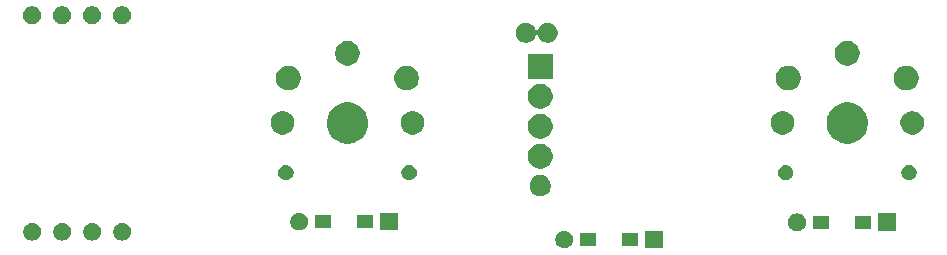
<source format=gbr>
G04 #@! TF.GenerationSoftware,KiCad,Pcbnew,(5.1.6-0-10_14)*
G04 #@! TF.CreationDate,2023-01-09T16:42:19+09:00*
G04 #@! TF.ProjectId,cool644,636f6f6c-3634-4342-9e6b-696361645f70,rev?*
G04 #@! TF.SameCoordinates,Original*
G04 #@! TF.FileFunction,Soldermask,Top*
G04 #@! TF.FilePolarity,Negative*
%FSLAX46Y46*%
G04 Gerber Fmt 4.6, Leading zero omitted, Abs format (unit mm)*
G04 Created by KiCad (PCBNEW (5.1.6-0-10_14)) date 2023-01-09 16:42:19*
%MOMM*%
%LPD*%
G01*
G04 APERTURE LIST*
%ADD10C,0.100000*%
G04 APERTURE END LIST*
D10*
G36*
X178679500Y32300500D02*
G01*
X177180500Y32300500D01*
X177180500Y33799500D01*
X178679500Y33799500D01*
X178679500Y32300500D01*
G37*
G36*
X170404425Y33795401D02*
G01*
X170528621Y33770698D01*
X170665022Y33714199D01*
X170787779Y33632175D01*
X170892175Y33527779D01*
X170974199Y33405022D01*
X171030698Y33268621D01*
X171059500Y33123819D01*
X171059500Y32976181D01*
X171030698Y32831379D01*
X170974199Y32694978D01*
X170892175Y32572221D01*
X170787779Y32467825D01*
X170665022Y32385801D01*
X170528621Y32329302D01*
X170404425Y32304599D01*
X170383820Y32300500D01*
X170236180Y32300500D01*
X170215575Y32304599D01*
X170091379Y32329302D01*
X169954978Y32385801D01*
X169832221Y32467825D01*
X169727825Y32572221D01*
X169645801Y32694978D01*
X169589302Y32831379D01*
X169560500Y32976181D01*
X169560500Y33123819D01*
X169589302Y33268621D01*
X169645801Y33405022D01*
X169727825Y33527779D01*
X169832221Y33632175D01*
X169954978Y33714199D01*
X170091379Y33770698D01*
X170215575Y33795401D01*
X170236180Y33799500D01*
X170383820Y33799500D01*
X170404425Y33795401D01*
G37*
G36*
X173046000Y32524000D02*
G01*
X171644000Y32524000D01*
X171644000Y33576000D01*
X173046000Y33576000D01*
X173046000Y32524000D01*
G37*
G36*
X176596000Y32524000D02*
G01*
X175194000Y32524000D01*
X175194000Y33576000D01*
X176596000Y33576000D01*
X176596000Y32524000D01*
G37*
G36*
X130454425Y34455401D02*
G01*
X130578621Y34430698D01*
X130715022Y34374199D01*
X130837779Y34292175D01*
X130942175Y34187779D01*
X131024199Y34065022D01*
X131080698Y33928621D01*
X131109500Y33783819D01*
X131109500Y33636181D01*
X131080698Y33491379D01*
X131024199Y33354978D01*
X130942175Y33232221D01*
X130837779Y33127825D01*
X130715022Y33045801D01*
X130578621Y32989302D01*
X130454425Y32964599D01*
X130433820Y32960500D01*
X130286180Y32960500D01*
X130265575Y32964599D01*
X130141379Y32989302D01*
X130004978Y33045801D01*
X129882221Y33127825D01*
X129777825Y33232221D01*
X129695801Y33354978D01*
X129639302Y33491379D01*
X129610500Y33636181D01*
X129610500Y33783819D01*
X129639302Y33928621D01*
X129695801Y34065022D01*
X129777825Y34187779D01*
X129882221Y34292175D01*
X130004978Y34374199D01*
X130141379Y34430698D01*
X130265575Y34455401D01*
X130286180Y34459500D01*
X130433820Y34459500D01*
X130454425Y34455401D01*
G37*
G36*
X127914425Y34455401D02*
G01*
X128038621Y34430698D01*
X128175022Y34374199D01*
X128297779Y34292175D01*
X128402175Y34187779D01*
X128484199Y34065022D01*
X128540698Y33928621D01*
X128569500Y33783819D01*
X128569500Y33636181D01*
X128540698Y33491379D01*
X128484199Y33354978D01*
X128402175Y33232221D01*
X128297779Y33127825D01*
X128175022Y33045801D01*
X128038621Y32989302D01*
X127914425Y32964599D01*
X127893820Y32960500D01*
X127746180Y32960500D01*
X127725575Y32964599D01*
X127601379Y32989302D01*
X127464978Y33045801D01*
X127342221Y33127825D01*
X127237825Y33232221D01*
X127155801Y33354978D01*
X127099302Y33491379D01*
X127070500Y33636181D01*
X127070500Y33783819D01*
X127099302Y33928621D01*
X127155801Y34065022D01*
X127237825Y34187779D01*
X127342221Y34292175D01*
X127464978Y34374199D01*
X127601379Y34430698D01*
X127725575Y34455401D01*
X127746180Y34459500D01*
X127893820Y34459500D01*
X127914425Y34455401D01*
G37*
G36*
X125374425Y34455401D02*
G01*
X125498621Y34430698D01*
X125635022Y34374199D01*
X125757779Y34292175D01*
X125862175Y34187779D01*
X125944199Y34065022D01*
X126000698Y33928621D01*
X126029500Y33783819D01*
X126029500Y33636181D01*
X126000698Y33491379D01*
X125944199Y33354978D01*
X125862175Y33232221D01*
X125757779Y33127825D01*
X125635022Y33045801D01*
X125498621Y32989302D01*
X125374425Y32964599D01*
X125353820Y32960500D01*
X125206180Y32960500D01*
X125185575Y32964599D01*
X125061379Y32989302D01*
X124924978Y33045801D01*
X124802221Y33127825D01*
X124697825Y33232221D01*
X124615801Y33354978D01*
X124559302Y33491379D01*
X124530500Y33636181D01*
X124530500Y33783819D01*
X124559302Y33928621D01*
X124615801Y34065022D01*
X124697825Y34187779D01*
X124802221Y34292175D01*
X124924978Y34374199D01*
X125061379Y34430698D01*
X125185575Y34455401D01*
X125206180Y34459500D01*
X125353820Y34459500D01*
X125374425Y34455401D01*
G37*
G36*
X132994425Y34455401D02*
G01*
X133118621Y34430698D01*
X133255022Y34374199D01*
X133377779Y34292175D01*
X133482175Y34187779D01*
X133564199Y34065022D01*
X133620698Y33928621D01*
X133649500Y33783819D01*
X133649500Y33636181D01*
X133620698Y33491379D01*
X133564199Y33354978D01*
X133482175Y33232221D01*
X133377779Y33127825D01*
X133255022Y33045801D01*
X133118621Y32989302D01*
X132994425Y32964599D01*
X132973820Y32960500D01*
X132826180Y32960500D01*
X132805575Y32964599D01*
X132681379Y32989302D01*
X132544978Y33045801D01*
X132422221Y33127825D01*
X132317825Y33232221D01*
X132235801Y33354978D01*
X132179302Y33491379D01*
X132150500Y33636181D01*
X132150500Y33783819D01*
X132179302Y33928621D01*
X132235801Y34065022D01*
X132317825Y34187779D01*
X132422221Y34292175D01*
X132544978Y34374199D01*
X132681379Y34430698D01*
X132805575Y34455401D01*
X132826180Y34459500D01*
X132973820Y34459500D01*
X132994425Y34455401D01*
G37*
G36*
X198399500Y33750500D02*
G01*
X196900500Y33750500D01*
X196900500Y35249500D01*
X198399500Y35249500D01*
X198399500Y33750500D01*
G37*
G36*
X190124425Y35245401D02*
G01*
X190248621Y35220698D01*
X190385022Y35164199D01*
X190507779Y35082175D01*
X190612175Y34977779D01*
X190694199Y34855022D01*
X190750698Y34718621D01*
X190779500Y34573819D01*
X190779500Y34426181D01*
X190750698Y34281379D01*
X190694199Y34144978D01*
X190612175Y34022221D01*
X190507779Y33917825D01*
X190385022Y33835801D01*
X190248621Y33779302D01*
X190124425Y33754599D01*
X190103820Y33750500D01*
X189956180Y33750500D01*
X189935575Y33754599D01*
X189811379Y33779302D01*
X189674978Y33835801D01*
X189552221Y33917825D01*
X189447825Y34022221D01*
X189365801Y34144978D01*
X189309302Y34281379D01*
X189280500Y34426181D01*
X189280500Y34573819D01*
X189309302Y34718621D01*
X189365801Y34855022D01*
X189447825Y34977779D01*
X189552221Y35082175D01*
X189674978Y35164199D01*
X189811379Y35220698D01*
X189935575Y35245401D01*
X189956180Y35249500D01*
X190103820Y35249500D01*
X190124425Y35245401D01*
G37*
G36*
X156239500Y33810500D02*
G01*
X154740500Y33810500D01*
X154740500Y35309500D01*
X156239500Y35309500D01*
X156239500Y33810500D01*
G37*
G36*
X147964425Y35305401D02*
G01*
X148088621Y35280698D01*
X148225022Y35224199D01*
X148347779Y35142175D01*
X148452175Y35037779D01*
X148534199Y34915022D01*
X148590698Y34778621D01*
X148619500Y34633819D01*
X148619500Y34486181D01*
X148590698Y34341379D01*
X148534199Y34204978D01*
X148452175Y34082221D01*
X148347779Y33977825D01*
X148225022Y33895801D01*
X148088621Y33839302D01*
X147964425Y33814599D01*
X147943820Y33810500D01*
X147796180Y33810500D01*
X147775575Y33814599D01*
X147651379Y33839302D01*
X147514978Y33895801D01*
X147392221Y33977825D01*
X147287825Y34082221D01*
X147205801Y34204978D01*
X147149302Y34341379D01*
X147120500Y34486181D01*
X147120500Y34633819D01*
X147149302Y34778621D01*
X147205801Y34915022D01*
X147287825Y35037779D01*
X147392221Y35142175D01*
X147514978Y35224199D01*
X147651379Y35280698D01*
X147775575Y35305401D01*
X147796180Y35309500D01*
X147943820Y35309500D01*
X147964425Y35305401D01*
G37*
G36*
X196316000Y33974000D02*
G01*
X194914000Y33974000D01*
X194914000Y35026000D01*
X196316000Y35026000D01*
X196316000Y33974000D01*
G37*
G36*
X192766000Y33974000D02*
G01*
X191364000Y33974000D01*
X191364000Y35026000D01*
X192766000Y35026000D01*
X192766000Y33974000D01*
G37*
G36*
X154156000Y34034000D02*
G01*
X152754000Y34034000D01*
X152754000Y35086000D01*
X154156000Y35086000D01*
X154156000Y34034000D01*
G37*
G36*
X150606000Y34034000D02*
G01*
X149204000Y34034000D01*
X149204000Y35086000D01*
X150606000Y35086000D01*
X150606000Y34034000D01*
G37*
G36*
X168398512Y38496073D02*
G01*
X168547812Y38466376D01*
X168711784Y38398456D01*
X168859354Y38299853D01*
X168984853Y38174354D01*
X169083456Y38026784D01*
X169151376Y37862812D01*
X169186000Y37688741D01*
X169186000Y37511259D01*
X169151376Y37337188D01*
X169083456Y37173216D01*
X168984853Y37025646D01*
X168859354Y36900147D01*
X168711784Y36801544D01*
X168547812Y36733624D01*
X168398512Y36703927D01*
X168373742Y36699000D01*
X168196258Y36699000D01*
X168171488Y36703927D01*
X168022188Y36733624D01*
X167858216Y36801544D01*
X167710646Y36900147D01*
X167585147Y37025646D01*
X167486544Y37173216D01*
X167418624Y37337188D01*
X167384000Y37511259D01*
X167384000Y37688741D01*
X167418624Y37862812D01*
X167486544Y38026784D01*
X167585147Y38174354D01*
X167710646Y38299853D01*
X167858216Y38398456D01*
X168022188Y38466376D01*
X168171488Y38496073D01*
X168196258Y38501000D01*
X168373742Y38501000D01*
X168398512Y38496073D01*
G37*
G36*
X157379890Y39345983D02*
G01*
X157498364Y39296909D01*
X157604988Y39225665D01*
X157695665Y39134988D01*
X157766909Y39028364D01*
X157815983Y38909890D01*
X157841000Y38784118D01*
X157841000Y38655882D01*
X157815983Y38530110D01*
X157766909Y38411636D01*
X157695665Y38305012D01*
X157604988Y38214335D01*
X157498364Y38143091D01*
X157498363Y38143090D01*
X157498362Y38143090D01*
X157379890Y38094017D01*
X157254119Y38069000D01*
X157125881Y38069000D01*
X157000110Y38094017D01*
X156881638Y38143090D01*
X156881637Y38143090D01*
X156881636Y38143091D01*
X156775012Y38214335D01*
X156684335Y38305012D01*
X156613091Y38411636D01*
X156564017Y38530110D01*
X156539000Y38655882D01*
X156539000Y38784118D01*
X156564017Y38909890D01*
X156613091Y39028364D01*
X156684335Y39134988D01*
X156775012Y39225665D01*
X156881636Y39296909D01*
X157000110Y39345983D01*
X157125881Y39371000D01*
X157254119Y39371000D01*
X157379890Y39345983D01*
G37*
G36*
X189259890Y39345983D02*
G01*
X189378364Y39296909D01*
X189484988Y39225665D01*
X189575665Y39134988D01*
X189646909Y39028364D01*
X189695983Y38909890D01*
X189721000Y38784118D01*
X189721000Y38655882D01*
X189695983Y38530110D01*
X189646909Y38411636D01*
X189575665Y38305012D01*
X189484988Y38214335D01*
X189378364Y38143091D01*
X189378363Y38143090D01*
X189378362Y38143090D01*
X189259890Y38094017D01*
X189134119Y38069000D01*
X189005881Y38069000D01*
X188880110Y38094017D01*
X188761638Y38143090D01*
X188761637Y38143090D01*
X188761636Y38143091D01*
X188655012Y38214335D01*
X188564335Y38305012D01*
X188493091Y38411636D01*
X188444017Y38530110D01*
X188419000Y38655882D01*
X188419000Y38784118D01*
X188444017Y38909890D01*
X188493091Y39028364D01*
X188564335Y39134988D01*
X188655012Y39225665D01*
X188761636Y39296909D01*
X188880110Y39345983D01*
X189005881Y39371000D01*
X189134119Y39371000D01*
X189259890Y39345983D01*
G37*
G36*
X146939890Y39345983D02*
G01*
X147058364Y39296909D01*
X147164988Y39225665D01*
X147255665Y39134988D01*
X147326909Y39028364D01*
X147375983Y38909890D01*
X147401000Y38784118D01*
X147401000Y38655882D01*
X147375983Y38530110D01*
X147326909Y38411636D01*
X147255665Y38305012D01*
X147164988Y38214335D01*
X147058364Y38143091D01*
X147058363Y38143090D01*
X147058362Y38143090D01*
X146939890Y38094017D01*
X146814119Y38069000D01*
X146685881Y38069000D01*
X146560110Y38094017D01*
X146441638Y38143090D01*
X146441637Y38143090D01*
X146441636Y38143091D01*
X146335012Y38214335D01*
X146244335Y38305012D01*
X146173091Y38411636D01*
X146124017Y38530110D01*
X146099000Y38655882D01*
X146099000Y38784118D01*
X146124017Y38909890D01*
X146173091Y39028364D01*
X146244335Y39134988D01*
X146335012Y39225665D01*
X146441636Y39296909D01*
X146560110Y39345983D01*
X146685881Y39371000D01*
X146814119Y39371000D01*
X146939890Y39345983D01*
G37*
G36*
X199699890Y39345983D02*
G01*
X199818364Y39296909D01*
X199924988Y39225665D01*
X200015665Y39134988D01*
X200086909Y39028364D01*
X200135983Y38909890D01*
X200161000Y38784118D01*
X200161000Y38655882D01*
X200135983Y38530110D01*
X200086909Y38411636D01*
X200015665Y38305012D01*
X199924988Y38214335D01*
X199818364Y38143091D01*
X199818363Y38143090D01*
X199818362Y38143090D01*
X199699890Y38094017D01*
X199574119Y38069000D01*
X199445881Y38069000D01*
X199320110Y38094017D01*
X199201638Y38143090D01*
X199201637Y38143090D01*
X199201636Y38143091D01*
X199095012Y38214335D01*
X199004335Y38305012D01*
X198933091Y38411636D01*
X198884017Y38530110D01*
X198859000Y38655882D01*
X198859000Y38784118D01*
X198884017Y38909890D01*
X198933091Y39028364D01*
X199004335Y39134988D01*
X199095012Y39225665D01*
X199201636Y39296909D01*
X199320110Y39345983D01*
X199445881Y39371000D01*
X199574119Y39371000D01*
X199699890Y39345983D01*
G37*
G36*
X168591564Y41100611D02*
G01*
X168782833Y41021385D01*
X168782835Y41021384D01*
X168954973Y40906365D01*
X169101365Y40759973D01*
X169216385Y40587833D01*
X169295611Y40396564D01*
X169336000Y40193516D01*
X169336000Y39986484D01*
X169295611Y39783436D01*
X169216385Y39592167D01*
X169216384Y39592165D01*
X169101365Y39420027D01*
X168954973Y39273635D01*
X168782835Y39158616D01*
X168782834Y39158615D01*
X168782833Y39158615D01*
X168591564Y39079389D01*
X168388516Y39039000D01*
X168181484Y39039000D01*
X167978436Y39079389D01*
X167787167Y39158615D01*
X167787166Y39158615D01*
X167787165Y39158616D01*
X167615027Y39273635D01*
X167468635Y39420027D01*
X167353616Y39592165D01*
X167353615Y39592167D01*
X167274389Y39783436D01*
X167234000Y39986484D01*
X167234000Y40193516D01*
X167274389Y40396564D01*
X167353615Y40587833D01*
X167468635Y40759973D01*
X167615027Y40906365D01*
X167787165Y41021384D01*
X167787167Y41021385D01*
X167978436Y41100611D01*
X168181484Y41141000D01*
X168388516Y41141000D01*
X168591564Y41100611D01*
G37*
G36*
X152367985Y44626140D02*
G01*
X152480748Y44603710D01*
X152612741Y44549037D01*
X152799408Y44471717D01*
X153086196Y44280091D01*
X153330091Y44036196D01*
X153521717Y43749408D01*
X153550052Y43681000D01*
X153653710Y43430748D01*
X153660990Y43394149D01*
X153721000Y43092460D01*
X153721000Y42747540D01*
X153677029Y42526486D01*
X153660990Y42445849D01*
X153653710Y42409253D01*
X153521717Y42090592D01*
X153330091Y41803804D01*
X153086196Y41559909D01*
X152799408Y41368283D01*
X152612741Y41290963D01*
X152480748Y41236290D01*
X152367985Y41213860D01*
X152142460Y41169000D01*
X151797540Y41169000D01*
X151572015Y41213860D01*
X151459252Y41236290D01*
X151327259Y41290963D01*
X151140592Y41368283D01*
X150853804Y41559909D01*
X150609909Y41803804D01*
X150418283Y42090592D01*
X150286290Y42409253D01*
X150279011Y42445849D01*
X150262971Y42526486D01*
X150219000Y42747540D01*
X150219000Y43092460D01*
X150279010Y43394149D01*
X150286290Y43430748D01*
X150389948Y43681000D01*
X150418283Y43749408D01*
X150609909Y44036196D01*
X150853804Y44280091D01*
X151140592Y44471717D01*
X151327259Y44549037D01*
X151459252Y44603710D01*
X151572015Y44626140D01*
X151797540Y44671000D01*
X152142460Y44671000D01*
X152367985Y44626140D01*
G37*
G36*
X194687985Y44626140D02*
G01*
X194800748Y44603710D01*
X194932741Y44549037D01*
X195119408Y44471717D01*
X195406196Y44280091D01*
X195650091Y44036196D01*
X195841717Y43749408D01*
X195870052Y43681000D01*
X195973710Y43430748D01*
X195980990Y43394149D01*
X196041000Y43092460D01*
X196041000Y42747540D01*
X195997029Y42526486D01*
X195980990Y42445849D01*
X195973710Y42409253D01*
X195841717Y42090592D01*
X195650091Y41803804D01*
X195406196Y41559909D01*
X195119408Y41368283D01*
X194932741Y41290963D01*
X194800748Y41236290D01*
X194687985Y41213860D01*
X194462460Y41169000D01*
X194117540Y41169000D01*
X193892015Y41213860D01*
X193779252Y41236290D01*
X193647259Y41290963D01*
X193460592Y41368283D01*
X193173804Y41559909D01*
X192929909Y41803804D01*
X192738283Y42090592D01*
X192606290Y42409253D01*
X192599011Y42445849D01*
X192582971Y42526486D01*
X192539000Y42747540D01*
X192539000Y43092460D01*
X192599010Y43394149D01*
X192606290Y43430748D01*
X192709948Y43681000D01*
X192738283Y43749408D01*
X192929909Y44036196D01*
X193173804Y44280091D01*
X193460592Y44471717D01*
X193647259Y44549037D01*
X193779252Y44603710D01*
X193892015Y44626140D01*
X194117540Y44671000D01*
X194462460Y44671000D01*
X194687985Y44626140D01*
G37*
G36*
X168591564Y43640611D02*
G01*
X168782833Y43561385D01*
X168782835Y43561384D01*
X168787751Y43558099D01*
X168954973Y43446365D01*
X169101365Y43299973D01*
X169216385Y43127833D01*
X169295611Y42936564D01*
X169336000Y42733516D01*
X169336000Y42526484D01*
X169295611Y42323436D01*
X169278406Y42281900D01*
X169216384Y42132165D01*
X169101365Y41960027D01*
X168954973Y41813635D01*
X168782835Y41698616D01*
X168782834Y41698615D01*
X168782833Y41698615D01*
X168591564Y41619389D01*
X168388516Y41579000D01*
X168181484Y41579000D01*
X167978436Y41619389D01*
X167787167Y41698615D01*
X167787166Y41698615D01*
X167787165Y41698616D01*
X167615027Y41813635D01*
X167468635Y41960027D01*
X167353616Y42132165D01*
X167291594Y42281900D01*
X167274389Y42323436D01*
X167234000Y42526484D01*
X167234000Y42733516D01*
X167274389Y42936564D01*
X167353615Y43127833D01*
X167468635Y43299973D01*
X167615027Y43446365D01*
X167782249Y43558099D01*
X167787165Y43561384D01*
X167787167Y43561385D01*
X167978436Y43640611D01*
X168181484Y43681000D01*
X168388516Y43681000D01*
X168591564Y43640611D01*
G37*
G36*
X189081981Y43882532D02*
G01*
X189264151Y43807074D01*
X189428100Y43697527D01*
X189567527Y43558100D01*
X189677074Y43394151D01*
X189752532Y43211981D01*
X189791000Y43018590D01*
X189791000Y42821410D01*
X189752532Y42628019D01*
X189677074Y42445849D01*
X189567527Y42281900D01*
X189428100Y42142473D01*
X189264151Y42032926D01*
X189081981Y41957468D01*
X188888591Y41919000D01*
X188691409Y41919000D01*
X188498019Y41957468D01*
X188315849Y42032926D01*
X188151900Y42142473D01*
X188012473Y42281900D01*
X187902926Y42445849D01*
X187827468Y42628019D01*
X187789000Y42821410D01*
X187789000Y43018590D01*
X187827468Y43211981D01*
X187902926Y43394151D01*
X188012473Y43558100D01*
X188151900Y43697527D01*
X188315849Y43807074D01*
X188498019Y43882532D01*
X188691409Y43921000D01*
X188888591Y43921000D01*
X189081981Y43882532D01*
G37*
G36*
X146761981Y43882532D02*
G01*
X146944151Y43807074D01*
X147108100Y43697527D01*
X147247527Y43558100D01*
X147357074Y43394151D01*
X147432532Y43211981D01*
X147471000Y43018590D01*
X147471000Y42821410D01*
X147432532Y42628019D01*
X147357074Y42445849D01*
X147247527Y42281900D01*
X147108100Y42142473D01*
X146944151Y42032926D01*
X146761981Y41957468D01*
X146568591Y41919000D01*
X146371409Y41919000D01*
X146178019Y41957468D01*
X145995849Y42032926D01*
X145831900Y42142473D01*
X145692473Y42281900D01*
X145582926Y42445849D01*
X145507468Y42628019D01*
X145469000Y42821410D01*
X145469000Y43018590D01*
X145507468Y43211981D01*
X145582926Y43394151D01*
X145692473Y43558100D01*
X145831900Y43697527D01*
X145995849Y43807074D01*
X146178019Y43882532D01*
X146371409Y43921000D01*
X146568591Y43921000D01*
X146761981Y43882532D01*
G37*
G36*
X157761981Y43882532D02*
G01*
X157944151Y43807074D01*
X158108100Y43697527D01*
X158247527Y43558100D01*
X158357074Y43394151D01*
X158432532Y43211981D01*
X158471000Y43018590D01*
X158471000Y42821410D01*
X158432532Y42628019D01*
X158357074Y42445849D01*
X158247527Y42281900D01*
X158108100Y42142473D01*
X157944151Y42032926D01*
X157761981Y41957468D01*
X157568591Y41919000D01*
X157371409Y41919000D01*
X157178019Y41957468D01*
X156995849Y42032926D01*
X156831900Y42142473D01*
X156692473Y42281900D01*
X156582926Y42445849D01*
X156507468Y42628019D01*
X156469000Y42821410D01*
X156469000Y43018590D01*
X156507468Y43211981D01*
X156582926Y43394151D01*
X156692473Y43558100D01*
X156831900Y43697527D01*
X156995849Y43807074D01*
X157178019Y43882532D01*
X157371409Y43921000D01*
X157568591Y43921000D01*
X157761981Y43882532D01*
G37*
G36*
X200081981Y43882532D02*
G01*
X200264151Y43807074D01*
X200428100Y43697527D01*
X200567527Y43558100D01*
X200677074Y43394151D01*
X200752532Y43211981D01*
X200791000Y43018590D01*
X200791000Y42821410D01*
X200752532Y42628019D01*
X200677074Y42445849D01*
X200567527Y42281900D01*
X200428100Y42142473D01*
X200264151Y42032926D01*
X200081981Y41957468D01*
X199888591Y41919000D01*
X199691409Y41919000D01*
X199498019Y41957468D01*
X199315849Y42032926D01*
X199151900Y42142473D01*
X199012473Y42281900D01*
X198902926Y42445849D01*
X198827468Y42628019D01*
X198789000Y42821410D01*
X198789000Y43018590D01*
X198827468Y43211981D01*
X198902926Y43394151D01*
X199012473Y43558100D01*
X199151900Y43697527D01*
X199315849Y43807074D01*
X199498019Y43882532D01*
X199691409Y43921000D01*
X199888591Y43921000D01*
X200081981Y43882532D01*
G37*
G36*
X168591564Y46180611D02*
G01*
X168782833Y46101385D01*
X168782835Y46101384D01*
X168954973Y45986365D01*
X169101365Y45839973D01*
X169215606Y45669000D01*
X169216385Y45667833D01*
X169295611Y45476564D01*
X169336000Y45273516D01*
X169336000Y45066484D01*
X169295611Y44863436D01*
X169216385Y44672167D01*
X169216384Y44672165D01*
X169101365Y44500027D01*
X168954973Y44353635D01*
X168782835Y44238616D01*
X168782834Y44238615D01*
X168782833Y44238615D01*
X168591564Y44159389D01*
X168388516Y44119000D01*
X168181484Y44119000D01*
X167978436Y44159389D01*
X167787167Y44238615D01*
X167787166Y44238615D01*
X167787165Y44238616D01*
X167615027Y44353635D01*
X167468635Y44500027D01*
X167353616Y44672165D01*
X167353615Y44672167D01*
X167274389Y44863436D01*
X167234000Y45066484D01*
X167234000Y45273516D01*
X167274389Y45476564D01*
X167353615Y45667833D01*
X167354395Y45669000D01*
X167468635Y45839973D01*
X167615027Y45986365D01*
X167787165Y46101384D01*
X167787167Y46101385D01*
X167978436Y46180611D01*
X168181484Y46221000D01*
X168388516Y46221000D01*
X168591564Y46180611D01*
G37*
G36*
X189596564Y47730611D02*
G01*
X189787833Y47651385D01*
X189787835Y47651384D01*
X189959973Y47536365D01*
X190106365Y47389973D01*
X190221385Y47217833D01*
X190300611Y47026564D01*
X190341000Y46823516D01*
X190341000Y46616484D01*
X190300611Y46413436D01*
X190221385Y46222167D01*
X190221384Y46222165D01*
X190106365Y46050027D01*
X189959973Y45903635D01*
X189787835Y45788616D01*
X189787834Y45788615D01*
X189787833Y45788615D01*
X189596564Y45709389D01*
X189393516Y45669000D01*
X189186484Y45669000D01*
X188983436Y45709389D01*
X188792167Y45788615D01*
X188792166Y45788615D01*
X188792165Y45788616D01*
X188620027Y45903635D01*
X188473635Y46050027D01*
X188358616Y46222165D01*
X188358615Y46222167D01*
X188279389Y46413436D01*
X188239000Y46616484D01*
X188239000Y46823516D01*
X188279389Y47026564D01*
X188358615Y47217833D01*
X188473635Y47389973D01*
X188620027Y47536365D01*
X188792165Y47651384D01*
X188792167Y47651385D01*
X188983436Y47730611D01*
X189186484Y47771000D01*
X189393516Y47771000D01*
X189596564Y47730611D01*
G37*
G36*
X147276564Y47730611D02*
G01*
X147467833Y47651385D01*
X147467835Y47651384D01*
X147639973Y47536365D01*
X147786365Y47389973D01*
X147901385Y47217833D01*
X147980611Y47026564D01*
X148021000Y46823516D01*
X148021000Y46616484D01*
X147980611Y46413436D01*
X147901385Y46222167D01*
X147901384Y46222165D01*
X147786365Y46050027D01*
X147639973Y45903635D01*
X147467835Y45788616D01*
X147467834Y45788615D01*
X147467833Y45788615D01*
X147276564Y45709389D01*
X147073516Y45669000D01*
X146866484Y45669000D01*
X146663436Y45709389D01*
X146472167Y45788615D01*
X146472166Y45788615D01*
X146472165Y45788616D01*
X146300027Y45903635D01*
X146153635Y46050027D01*
X146038616Y46222165D01*
X146038615Y46222167D01*
X145959389Y46413436D01*
X145919000Y46616484D01*
X145919000Y46823516D01*
X145959389Y47026564D01*
X146038615Y47217833D01*
X146153635Y47389973D01*
X146300027Y47536365D01*
X146472165Y47651384D01*
X146472167Y47651385D01*
X146663436Y47730611D01*
X146866484Y47771000D01*
X147073516Y47771000D01*
X147276564Y47730611D01*
G37*
G36*
X157276564Y47730611D02*
G01*
X157467833Y47651385D01*
X157467835Y47651384D01*
X157639973Y47536365D01*
X157786365Y47389973D01*
X157901385Y47217833D01*
X157980611Y47026564D01*
X158021000Y46823516D01*
X158021000Y46616484D01*
X157980611Y46413436D01*
X157901385Y46222167D01*
X157901384Y46222165D01*
X157786365Y46050027D01*
X157639973Y45903635D01*
X157467835Y45788616D01*
X157467834Y45788615D01*
X157467833Y45788615D01*
X157276564Y45709389D01*
X157073516Y45669000D01*
X156866484Y45669000D01*
X156663436Y45709389D01*
X156472167Y45788615D01*
X156472166Y45788615D01*
X156472165Y45788616D01*
X156300027Y45903635D01*
X156153635Y46050027D01*
X156038616Y46222165D01*
X156038615Y46222167D01*
X155959389Y46413436D01*
X155919000Y46616484D01*
X155919000Y46823516D01*
X155959389Y47026564D01*
X156038615Y47217833D01*
X156153635Y47389973D01*
X156300027Y47536365D01*
X156472165Y47651384D01*
X156472167Y47651385D01*
X156663436Y47730611D01*
X156866484Y47771000D01*
X157073516Y47771000D01*
X157276564Y47730611D01*
G37*
G36*
X199596564Y47730611D02*
G01*
X199787833Y47651385D01*
X199787835Y47651384D01*
X199959973Y47536365D01*
X200106365Y47389973D01*
X200221385Y47217833D01*
X200300611Y47026564D01*
X200341000Y46823516D01*
X200341000Y46616484D01*
X200300611Y46413436D01*
X200221385Y46222167D01*
X200221384Y46222165D01*
X200106365Y46050027D01*
X199959973Y45903635D01*
X199787835Y45788616D01*
X199787834Y45788615D01*
X199787833Y45788615D01*
X199596564Y45709389D01*
X199393516Y45669000D01*
X199186484Y45669000D01*
X198983436Y45709389D01*
X198792167Y45788615D01*
X198792166Y45788615D01*
X198792165Y45788616D01*
X198620027Y45903635D01*
X198473635Y46050027D01*
X198358616Y46222165D01*
X198358615Y46222167D01*
X198279389Y46413436D01*
X198239000Y46616484D01*
X198239000Y46823516D01*
X198279389Y47026564D01*
X198358615Y47217833D01*
X198473635Y47389973D01*
X198620027Y47536365D01*
X198792165Y47651384D01*
X198792167Y47651385D01*
X198983436Y47730611D01*
X199186484Y47771000D01*
X199393516Y47771000D01*
X199596564Y47730611D01*
G37*
G36*
X169336000Y46659000D02*
G01*
X167234000Y46659000D01*
X167234000Y48761000D01*
X169336000Y48761000D01*
X169336000Y46659000D01*
G37*
G36*
X194596564Y49830611D02*
G01*
X194787833Y49751385D01*
X194787835Y49751384D01*
X194866233Y49699000D01*
X194959973Y49636365D01*
X195106365Y49489973D01*
X195221385Y49317833D01*
X195300611Y49126564D01*
X195341000Y48923516D01*
X195341000Y48716484D01*
X195300611Y48513436D01*
X195221385Y48322167D01*
X195221384Y48322165D01*
X195106365Y48150027D01*
X194959973Y48003635D01*
X194787835Y47888616D01*
X194787834Y47888615D01*
X194787833Y47888615D01*
X194596564Y47809389D01*
X194393516Y47769000D01*
X194186484Y47769000D01*
X193983436Y47809389D01*
X193792167Y47888615D01*
X193792166Y47888615D01*
X193792165Y47888616D01*
X193620027Y48003635D01*
X193473635Y48150027D01*
X193358616Y48322165D01*
X193358615Y48322167D01*
X193279389Y48513436D01*
X193239000Y48716484D01*
X193239000Y48923516D01*
X193279389Y49126564D01*
X193358615Y49317833D01*
X193473635Y49489973D01*
X193620027Y49636365D01*
X193713767Y49699000D01*
X193792165Y49751384D01*
X193792167Y49751385D01*
X193983436Y49830611D01*
X194186484Y49871000D01*
X194393516Y49871000D01*
X194596564Y49830611D01*
G37*
G36*
X152276564Y49830611D02*
G01*
X152467833Y49751385D01*
X152467835Y49751384D01*
X152546233Y49699000D01*
X152639973Y49636365D01*
X152786365Y49489973D01*
X152901385Y49317833D01*
X152980611Y49126564D01*
X153021000Y48923516D01*
X153021000Y48716484D01*
X152980611Y48513436D01*
X152901385Y48322167D01*
X152901384Y48322165D01*
X152786365Y48150027D01*
X152639973Y48003635D01*
X152467835Y47888616D01*
X152467834Y47888615D01*
X152467833Y47888615D01*
X152276564Y47809389D01*
X152073516Y47769000D01*
X151866484Y47769000D01*
X151663436Y47809389D01*
X151472167Y47888615D01*
X151472166Y47888615D01*
X151472165Y47888616D01*
X151300027Y48003635D01*
X151153635Y48150027D01*
X151038616Y48322165D01*
X151038615Y48322167D01*
X150959389Y48513436D01*
X150919000Y48716484D01*
X150919000Y48923516D01*
X150959389Y49126564D01*
X151038615Y49317833D01*
X151153635Y49489973D01*
X151300027Y49636365D01*
X151393767Y49699000D01*
X151472165Y49751384D01*
X151472167Y49751385D01*
X151663436Y49830611D01*
X151866484Y49871000D01*
X152073516Y49871000D01*
X152276564Y49830611D01*
G37*
G36*
X167308228Y51368297D02*
G01*
X167463100Y51304147D01*
X167602481Y51211015D01*
X167721015Y51092481D01*
X167814147Y50953100D01*
X167869522Y50819413D01*
X167881067Y50797814D01*
X167896612Y50778872D01*
X167915554Y50763326D01*
X167937164Y50751775D01*
X167960613Y50744662D01*
X167985000Y50742260D01*
X168009386Y50744662D01*
X168032835Y50751775D01*
X168054445Y50763326D01*
X168073387Y50778871D01*
X168088933Y50797813D01*
X168100478Y50819413D01*
X168155853Y50953100D01*
X168248985Y51092481D01*
X168367519Y51211015D01*
X168506900Y51304147D01*
X168661772Y51368297D01*
X168826184Y51401000D01*
X168993816Y51401000D01*
X169158228Y51368297D01*
X169313100Y51304147D01*
X169452481Y51211015D01*
X169571015Y51092481D01*
X169664147Y50953100D01*
X169728297Y50798228D01*
X169761000Y50633816D01*
X169761000Y50466184D01*
X169728297Y50301772D01*
X169664147Y50146900D01*
X169571015Y50007519D01*
X169452481Y49888985D01*
X169313100Y49795853D01*
X169158228Y49731703D01*
X168993816Y49699000D01*
X168826184Y49699000D01*
X168661772Y49731703D01*
X168506900Y49795853D01*
X168367519Y49888985D01*
X168248985Y50007519D01*
X168155853Y50146900D01*
X168100478Y50280587D01*
X168088933Y50302186D01*
X168073388Y50321128D01*
X168054446Y50336674D01*
X168032836Y50348225D01*
X168009387Y50355338D01*
X167985000Y50357740D01*
X167960614Y50355338D01*
X167937165Y50348225D01*
X167915555Y50336674D01*
X167896613Y50321129D01*
X167881067Y50302187D01*
X167869522Y50280587D01*
X167814147Y50146900D01*
X167721015Y50007519D01*
X167602481Y49888985D01*
X167463100Y49795853D01*
X167308228Y49731703D01*
X167143816Y49699000D01*
X166976184Y49699000D01*
X166811772Y49731703D01*
X166656900Y49795853D01*
X166517519Y49888985D01*
X166398985Y50007519D01*
X166305853Y50146900D01*
X166241703Y50301772D01*
X166209000Y50466184D01*
X166209000Y50633816D01*
X166241703Y50798228D01*
X166305853Y50953100D01*
X166398985Y51092481D01*
X166517519Y51211015D01*
X166656900Y51304147D01*
X166811772Y51368297D01*
X166976184Y51401000D01*
X167143816Y51401000D01*
X167308228Y51368297D01*
G37*
G36*
X125354425Y52785401D02*
G01*
X125478621Y52760698D01*
X125615022Y52704199D01*
X125737779Y52622175D01*
X125842175Y52517779D01*
X125924199Y52395022D01*
X125980698Y52258621D01*
X126009500Y52113819D01*
X126009500Y51966181D01*
X125980698Y51821379D01*
X125924199Y51684978D01*
X125842175Y51562221D01*
X125737779Y51457825D01*
X125615022Y51375801D01*
X125478621Y51319302D01*
X125354425Y51294599D01*
X125333820Y51290500D01*
X125186180Y51290500D01*
X125165575Y51294599D01*
X125041379Y51319302D01*
X124904978Y51375801D01*
X124782221Y51457825D01*
X124677825Y51562221D01*
X124595801Y51684978D01*
X124539302Y51821379D01*
X124510500Y51966181D01*
X124510500Y52113819D01*
X124539302Y52258621D01*
X124595801Y52395022D01*
X124677825Y52517779D01*
X124782221Y52622175D01*
X124904978Y52704199D01*
X125041379Y52760698D01*
X125165575Y52785401D01*
X125186180Y52789500D01*
X125333820Y52789500D01*
X125354425Y52785401D01*
G37*
G36*
X127894425Y52785401D02*
G01*
X128018621Y52760698D01*
X128155022Y52704199D01*
X128277779Y52622175D01*
X128382175Y52517779D01*
X128464199Y52395022D01*
X128520698Y52258621D01*
X128549500Y52113819D01*
X128549500Y51966181D01*
X128520698Y51821379D01*
X128464199Y51684978D01*
X128382175Y51562221D01*
X128277779Y51457825D01*
X128155022Y51375801D01*
X128018621Y51319302D01*
X127894425Y51294599D01*
X127873820Y51290500D01*
X127726180Y51290500D01*
X127705575Y51294599D01*
X127581379Y51319302D01*
X127444978Y51375801D01*
X127322221Y51457825D01*
X127217825Y51562221D01*
X127135801Y51684978D01*
X127079302Y51821379D01*
X127050500Y51966181D01*
X127050500Y52113819D01*
X127079302Y52258621D01*
X127135801Y52395022D01*
X127217825Y52517779D01*
X127322221Y52622175D01*
X127444978Y52704199D01*
X127581379Y52760698D01*
X127705575Y52785401D01*
X127726180Y52789500D01*
X127873820Y52789500D01*
X127894425Y52785401D01*
G37*
G36*
X130434425Y52785401D02*
G01*
X130558621Y52760698D01*
X130695022Y52704199D01*
X130817779Y52622175D01*
X130922175Y52517779D01*
X131004199Y52395022D01*
X131060698Y52258621D01*
X131089500Y52113819D01*
X131089500Y51966181D01*
X131060698Y51821379D01*
X131004199Y51684978D01*
X130922175Y51562221D01*
X130817779Y51457825D01*
X130695022Y51375801D01*
X130558621Y51319302D01*
X130434425Y51294599D01*
X130413820Y51290500D01*
X130266180Y51290500D01*
X130245575Y51294599D01*
X130121379Y51319302D01*
X129984978Y51375801D01*
X129862221Y51457825D01*
X129757825Y51562221D01*
X129675801Y51684978D01*
X129619302Y51821379D01*
X129590500Y51966181D01*
X129590500Y52113819D01*
X129619302Y52258621D01*
X129675801Y52395022D01*
X129757825Y52517779D01*
X129862221Y52622175D01*
X129984978Y52704199D01*
X130121379Y52760698D01*
X130245575Y52785401D01*
X130266180Y52789500D01*
X130413820Y52789500D01*
X130434425Y52785401D01*
G37*
G36*
X132974425Y52785401D02*
G01*
X133098621Y52760698D01*
X133235022Y52704199D01*
X133357779Y52622175D01*
X133462175Y52517779D01*
X133544199Y52395022D01*
X133600698Y52258621D01*
X133629500Y52113819D01*
X133629500Y51966181D01*
X133600698Y51821379D01*
X133544199Y51684978D01*
X133462175Y51562221D01*
X133357779Y51457825D01*
X133235022Y51375801D01*
X133098621Y51319302D01*
X132974425Y51294599D01*
X132953820Y51290500D01*
X132806180Y51290500D01*
X132785575Y51294599D01*
X132661379Y51319302D01*
X132524978Y51375801D01*
X132402221Y51457825D01*
X132297825Y51562221D01*
X132215801Y51684978D01*
X132159302Y51821379D01*
X132130500Y51966181D01*
X132130500Y52113819D01*
X132159302Y52258621D01*
X132215801Y52395022D01*
X132297825Y52517779D01*
X132402221Y52622175D01*
X132524978Y52704199D01*
X132661379Y52760698D01*
X132785575Y52785401D01*
X132806180Y52789500D01*
X132953820Y52789500D01*
X132974425Y52785401D01*
G37*
M02*

</source>
